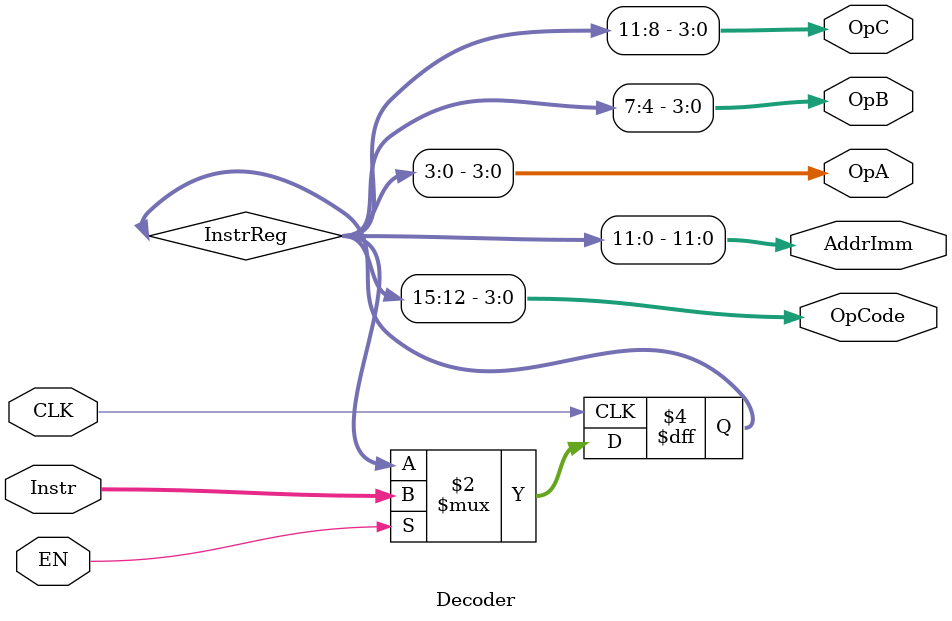
<source format=v>

/* 	Decodificar de instruçoes
	Recebe uma instruçao de 16-bit na forma	INSTR	DST, IMM|REGB, REGA
	EN: Enable
*/
module Decoder ( Instr, OpCode, OpA, OpB, OpC, AddrImm, CLK, EN );
	
	input CLK, EN;
	input [15:0] Instr;
	output [3:0] OpCode, OpA, OpB, OpC;
	output [11:0] AddrImm;
	
	reg [15:0] InstrReg;				// Instruction Register
	
	assign OpCode	= InstrReg[15:12];
	assign OpC 		= InstrReg[11:8];
	assign OpB		= InstrReg[7:4];
	assign OpA		= InstrReg[3:0];
	assign AddrImm = InstrReg[11:0];
	
	always @( posedge CLK ) begin
		if (EN) begin
			InstrReg <= Instr;
		end
	end
endmodule

</source>
